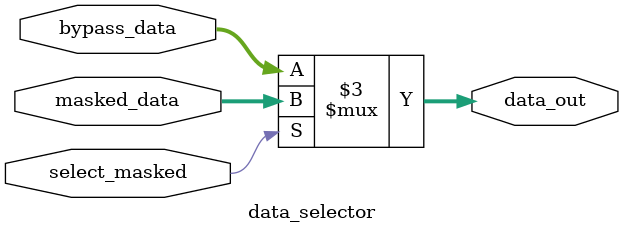
<source format=sv>
module dynamic_mask #(
    parameter WIDTH = 8
)(
    input [WIDTH-1:0] data_in,
    input [WIDTH-1:0] mask_pattern,
    input mask_en,
    output [WIDTH-1:0] data_out
);
    wire [WIDTH-1:0] masked_data;
    wire [WIDTH-1:0] bypass_data;
    
    mask_generator #(
        .WIDTH(WIDTH)
    ) mask_gen_inst (
        .data_in(data_in),
        .mask_pattern(mask_pattern),
        .masked_data(masked_data)
    );
    
    data_selector #(
        .WIDTH(WIDTH)
    ) data_sel_inst (
        .masked_data(masked_data),
        .bypass_data(data_in),
        .select_masked(mask_en),
        .data_out(data_out)
    );
endmodule

module mask_generator #(
    parameter WIDTH = 8
)(
    input [WIDTH-1:0] data_in,
    input [WIDTH-1:0] mask_pattern,
    output [WIDTH-1:0] masked_data
);
    assign masked_data = data_in & mask_pattern;
endmodule

module data_selector #(
    parameter WIDTH = 8
)(
    input [WIDTH-1:0] masked_data,
    input [WIDTH-1:0] bypass_data,
    input select_masked,
    output reg [WIDTH-1:0] data_out
);
    always @(*) begin
        if (select_masked) begin
            data_out = masked_data;
        end else begin
            data_out = bypass_data;
        end
    end
endmodule
</source>
